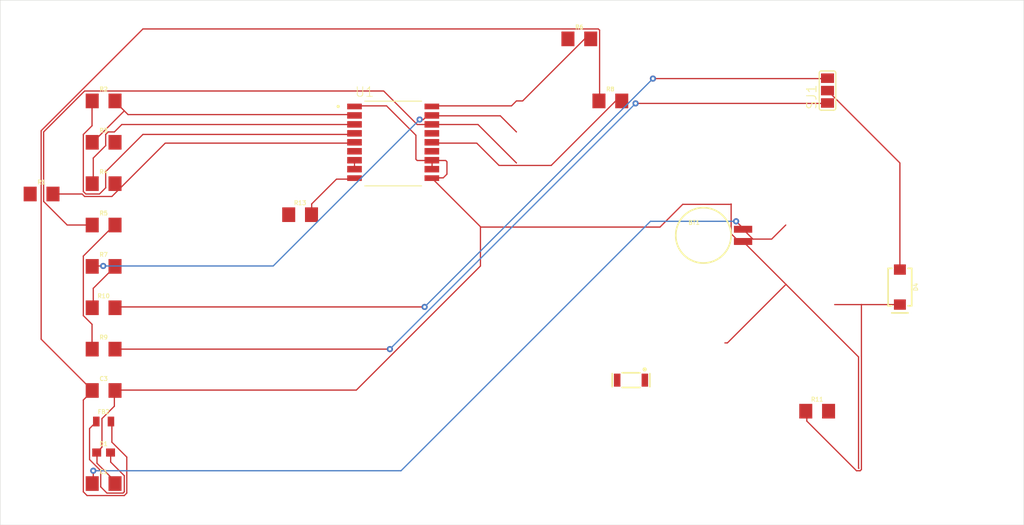
<source format=kicad_pcb>
(kicad_pcb (version 20240108) (generator "pcbnew") (generator_version "8.0")
  (layers (0 "F.Cu" signal) (31 "B.Cu" signal) (34 "B.Paste" user) (35 "F.Paste" user) (36 "B.SilkS" user "B.Silkscreen") (37 "F.SilkS" user "F.Silkscreen") (38 "B.Mask" user) (39 "F.Mask" user) (44 "Edge.Cuts" user))
  (net 0 "")
  (net 1 "SPPLY1")
  (net 2 "N$1")
  (net 3 "N$2")
  (net 4 "N$3")
  (net 5 "N$4")
  (net 6 "N$5")
  (net 7 "N$6")
  (net 8 "N$7")
  (net 9 "N$8")
  (net 10 "SDA")
  (net 11 "SCL")
  (net 12 "GND")
  (net 13 "N$9")
  (net 14 "N$10")
  (net 15 "+3V3")
  (net 16 "BACKUP")
  (net 17 "N$12")
  (net 18 "VCC_RF")
  (net 19 "N$13")
  (net 20 "N$14")
  (net 21 "RESET")
  (net 22 "INT")
  (net 23 "SAFE")
  (net 24 "PPS")
  (net 25 "TXO")
  (net 26 "RXI")
  (net 27 "N$11")
  (footprint "MAX_M10S:0805" (layer "F.Cu") (at 98.3461 124.5236)
    (property "Reference" "FB2" (at 0 -0.889 0) (layer "F.SilkS") (effects (font (size 0.512064 0.512064) (thickness 0.097536)) (justify bottom)))
    (property "Value" "600Ω")
    (pad "1" smd rect (at -0.9 0) (size 0.8 1.2) (layers "F.Cu" "F.Paste" "F.Mask") (net 27 "N$11"))
    (pad "2" smd rect (at 0.9 0) (size 0.8 1.2) (layers "F.Cu" "F.Paste" "F.Mask") (net 17 "N$12"))
  )
  (footprint "MAX_M10S:1206" (layer "F.Cu") (at 98.3461 120.7136)
    (property "Reference" "C3" (at 0 -1.143 0) (layer "F.SilkS") (effects (font (size 0.512064 0.512064) (thickness 0.097536)) (justify bottom)))
    (property "Value" "")
    (pad "1" smd rect (at -1.4 0) (size 1.6 1.8) (layers "F.Cu" "F.Paste" "F.Mask") (net 17 "N$12"))
    (pad "2" smd rect (at 1.4 0) (size 1.6 1.8) (layers "F.Cu" "F.Paste" "F.Mask") (net 12 "GND"))
  )
  (footprint "MAX_M10S:1206" (layer "F.Cu") (at 156.7661 77.5336)
    (property "Reference" "R6" (at 0 -1.143 0) (layer "F.SilkS") (effects (font (size 0.512064 0.512064) (thickness 0.097536)) (justify bottom)))
    (property "Value" " 33")
    (pad "1" smd rect (at -1.4 0) (size 1.6 1.8) (layers "F.Cu" "F.Paste" "F.Mask") (net 23 "SAFE"))
    (pad "2" smd rect (at 1.4 0) (size 1.6 1.8) (layers "F.Cu" "F.Paste" "F.Mask") (net 9 "N$8"))
  )
  (footprint "MAX_M10S:1206" (layer "F.Cu") (at 98.3461 105.4736)
    (property "Reference" "R7" (at 0 -1.143 0) (layer "F.SilkS") (effects (font (size 0.512064 0.512064) (thickness 0.097536)) (justify bottom)))
    (property "Value" " 33")
    (pad "1" smd rect (at -1.4 0) (size 1.6 1.8) (layers "F.Cu" "F.Paste" "F.Mask") (net 6 "N$5"))
    (pad "2" smd rect (at 1.4 0) (size 1.6 1.8) (layers "F.Cu" "F.Paste" "F.Mask") (net 11 "SCL"))
  )
  (footprint "MAX_M10S:0603" (layer "F.Cu") (at 98.3461 128.3336)
    (property "Reference" "D1" (at 0 -0.762 0) (layer "F.SilkS") (effects (font (size 0.512064 0.512064) (thickness 0.097536)) (justify bottom)))
    (property "Value" "24V")
    (pad "1" smd rect (at -0.85 0) (size 1.1 1) (layers "F.Cu" "F.Paste" "F.Mask") (net 12 "GND"))
    (pad "2" smd rect (at 0.85 0) (size 1.1 1) (layers "F.Cu" "F.Paste" "F.Mask") (net 27 "N$11"))
  )
  (footprint "MAX_M10S:1206" (layer "F.Cu") (at 185.9761 123.2536)
    (property "Reference" "R11" (at 0 -1.143 0) (layer "F.SilkS") (effects (font (size 0.512064 0.512064) (thickness 0.097536)) (justify bottom)))
    (property "Value" " 33")
    (pad "1" smd rect (at -1.4 0) (size 1.6 1.8) (layers "F.Cu" "F.Paste" "F.Mask") (net 20 "N$14"))
    (pad "2" smd rect (at 1.4 0) (size 1.6 1.8) (layers "F.Cu" "F.Paste" "F.Mask"))
  )
  (footprint "MAX_M10S:1206" (layer "F.Cu") (at 90.7261 96.5836)
    (property "Reference" "R1" (at 0 -1.143 0) (layer "F.SilkS") (effects (font (size 0.512064 0.512064) (thickness 0.097536)) (justify bottom)))
    (property "Value" " 33")
    (pad "1" smd rect (at -1.4 0) (size 1.6 1.8) (layers "F.Cu" "F.Paste" "F.Mask") (net 22 "INT"))
    (pad "2" smd rect (at 1.4 0) (size 1.6 1.8) (layers "F.Cu" "F.Paste" "F.Mask") (net 8 "N$7"))
  )
  (footprint "MAX_M10S:1206" (layer "F.Cu") (at 98.3461 100.3936)
    (property "Reference" "R5" (at 0 -1.143 0) (layer "F.SilkS") (effects (font (size 0.512064 0.512064) (thickness 0.097536)) (justify bottom)))
    (property "Value" " 33")
    (pad "1" smd rect (at -1.4 0) (size 1.6 1.8) (layers "F.Cu" "F.Paste" "F.Mask") (net 5 "N$4"))
    (pad "2" smd rect (at 1.4 0) (size 1.6 1.8) (layers "F.Cu" "F.Paste" "F.Mask") (net 10 "SDA"))
  )
  (footprint "MAX_M10S:BATTCON-6.8MM" (layer "F.Cu") (at 172.0061 101.6636)
    (property "Reference" "BT1" (at -1.905 -1.27 0) (layer "F.SilkS") (effects (font (size 0.512064 0.512064) (thickness 0.097536)) (justify left bottom)))
    (property "Value" "6.8MM_COIN_CELL")
    (fp_circle (center 0 0) (end 3.4 0) (stroke (width 0.2032)) (fill none) (layer "F.SilkS"))
    (pad "+" smd rect (at 4.87 -0.75 180) (size 2.25 0.85) (layers "F.Cu" "F.Paste" "F.Mask") (net 19 "N$13"))
    (pad "-" smd rect (at 4.87 0.75 180) (size 2.25 0.85) (layers "F.Cu" "F.Paste" "F.Mask") (net 12 "GND"))
  )
  (footprint "MAX_M10S:1206" (layer "F.Cu") (at 98.3461 115.6336)
    (property "Reference" "R9" (at 0 -1.143 0) (layer "F.SilkS") (effects (font (size 0.512064 0.512064) (thickness 0.097536)) (justify bottom)))
    (property "Value" "2.2k")
    (pad "1" smd rect (at -1.4 0) (size 1.6 1.8) (layers "F.Cu" "F.Paste" "F.Mask") (net 10 "SDA"))
    (pad "2" smd rect (at 1.4 0) (size 1.6 1.8) (layers "F.Cu" "F.Paste" "F.Mask") (net 14 "N$10"))
  )
  (footprint "MAX_M10S:1206" (layer "F.Cu") (at 160.5761 85.1536)
    (property "Reference" "R8" (at 0 -1.143 0) (layer "F.SilkS") (effects (font (size 0.512064 0.512064) (thickness 0.097536)) (justify bottom)))
    (property "Value" " 33")
    (pad "1" smd rect (at -1.4 0) (size 1.6 1.8) (layers "F.Cu" "F.Paste" "F.Mask") (net 17 "N$12"))
    (pad "2" smd rect (at 1.4 0) (size 1.6 1.8) (layers "F.Cu" "F.Paste" "F.Mask") (net 18 "VCC_RF"))
  )
  (footprint "MAX_M10S:1206" (layer "F.Cu") (at 98.3461 110.5536)
    (property "Reference" "R10" (at 0 -1.143 0) (layer "F.SilkS") (effects (font (size 0.512064 0.512064) (thickness 0.097536)) (justify bottom)))
    (property "Value" "2.2k")
    (pad "1" smd rect (at -1.4 0) (size 1.6 1.8) (layers "F.Cu" "F.Paste" "F.Mask") (net 11 "SCL"))
    (pad "2" smd rect (at 1.4 0) (size 1.6 1.8) (layers "F.Cu" "F.Paste" "F.Mask") (net 13 "N$9"))
  )
  (footprint "MAX_M10S:ANT-2.4GHZ-3.2X1.6X1.2MM" (layer "F.Cu") (at 163.1161 119.4436 180)
    (property "Reference" "A1" (hide yes))
    (property "Value" "ANTENNA-2.4GHZ-3.2X1.6MM" (hide yes))
    (fp_line (start 2.3112 0.8) (end 2.3112 -0.8) (stroke (width 0.2032)) (layer "F.SilkS"))
    (fp_line (start 1.092 -0.9016) (end -1.092 -0.9016) (stroke (width 0.2032)) (layer "F.SilkS"))
    (fp_line (start -1.092 0.9016) (end 1.092 0.9016) (stroke (width 0.2032)) (layer "F.SilkS"))
    (fp_line (start -2.3112 -0.8) (end -2.3112 0.8) (stroke (width 0.2032)) (layer "F.SilkS"))
    (fp_circle (center -1.6764 1.3208) (end -1.5494 1.3208) (stroke (width 0.254)) (fill solid) (layer "F.SilkS"))
    (pad "FEED" smd rect (at -1.7 0 180) (size 0.8 1.6) (layers "F.Cu" "F.Paste" "F.Mask") (net 27 "N$11"))
    (pad "NC" smd rect (at 1.7 0 180) (size 0.8 1.6) (layers "F.Cu" "F.Paste" "F.Mask"))
  )
  (footprint "MAX_M10S:1206" (layer "F.Cu") (at 98.3461 132.1436)
    (property "Reference" "C1" (at 0 -1.143 0) (layer "F.SilkS") (effects (font (size 0.512064 0.512064) (thickness 0.097536)) (justify bottom)))
    (property "Value" "")
    (pad "1" smd rect (at -1.4 0) (size 1.6 1.8) (layers "F.Cu" "F.Paste" "F.Mask") (net 19 "N$13"))
    (pad "2" smd rect (at 1.4 0) (size 1.6 1.8) (layers "F.Cu" "F.Paste" "F.Mask") (net 12 "GND"))
  )
  (footprint "MAX_M10S:1206" (layer "F.Cu") (at 122.4761 99.1236)
    (property "Reference" "R13" (at 0 -1.143 0) (layer "F.SilkS") (effects (font (size 0.512064 0.512064) (thickness 0.097536)) (justify bottom)))
    (property "Value" " 33")
    (pad "1" smd rect (at -1.4 0) (size 1.6 1.8) (layers "F.Cu" "F.Paste" "F.Mask") (net 21 "RESET"))
    (pad "2" smd rect (at 1.4 0) (size 1.6 1.8) (layers "F.Cu" "F.Paste" "F.Mask") (net 7 "N$6"))
  )
  (footprint "MAX_M10S:SJ_2_252" (layer "F.Cu") (at 187.2461 83.8836 90)
    (property "Reference" "SJ1" (at -2.413 -1.27 90) (layer "F.SilkS") (effects (font (size 1.1557 1.1557) (thickness 0.1143)) (justify left bottom)))
    (property "Value" "")
    (fp_line (start -2.159 -1.016) (end 2.159 -1.016) (stroke (width 0.1524)) (layer "F.SilkS"))
    (fp_line (start 2.413 0.762) (end 2.413 -0.762) (stroke (width 0.1524)) (layer "F.SilkS"))
    (fp_line (start -2.413 0.762) (end -2.413 -0.762) (stroke (width 0.1524)) (layer "F.SilkS"))
    (fp_line (start 2.159 1.016) (end -2.159 1.016) (stroke (width 0.1524)) (layer "F.SilkS"))
    (fp_arc (start 2.159 -1.016) (mid 2.338605 -0.941605) (end 2.413 -0.762) (stroke (width 0.1524)) (layer "F.SilkS"))
    (fp_arc (start -2.413 -0.762) (mid -2.338605 -0.941605) (end -2.159 -1.016) (stroke (width 0.1524)) (layer "F.SilkS"))
    (fp_arc (start 2.413 0.762) (mid 2.338605 0.941605) (end 2.159 1.016) (stroke (width 0.1524)) (layer "F.SilkS"))
    (fp_arc (start -2.159 1.016) (mid -2.338605 0.941605) (end -2.413 0.762) (stroke (width 0.1524)) (layer "F.SilkS"))
    (pad "1" smd rect (at -1.524 0 90) (size 1.1684 1.6002) (layers "F.Cu" "F.Paste" "F.Mask") (net 14 "N$10"))
    (pad "2" smd rect (at 0 0 90) (size 1.1684 1.6002) (layers "F.Cu" "F.Paste" "F.Mask") (net 15 "+3V3"))
    (pad "3" smd rect (at 1.524 0 90) (size 1.1684 1.6002) (layers "F.Cu" "F.Paste" "F.Mask") (net 13 "N$9"))
  )
  (footprint "MAX_M10S:1206" (layer "F.Cu") (at 98.3461 95.3136)
    (property "Reference" "R4" (at 0 -1.143 0) (layer "F.SilkS") (effects (font (size 0.512064 0.512064) (thickness 0.097536)) (justify bottom)))
    (property "Value" " 33")
    (pad "1" smd rect (at -1.4 0) (size 1.6 1.8) (layers "F.Cu" "F.Paste" "F.Mask") (net 4 "N$3"))
    (pad "2" smd rect (at 1.4 0) (size 1.6 1.8) (layers "F.Cu" "F.Paste" "F.Mask") (net 26 "RXI"))
  )
  (footprint "MAX_M10S:SMA-DIODE" (layer "F.Cu") (at 196.1361 108.0136 -90)
    (property "Reference" "D4" (at 0 -1.651 90) (layer "F.SilkS") (effects (font (size 0.512064 0.512064) (thickness 0.097536)) (justify top)))
    (property "Value" "0.5A/40V/420mV")
    (fp_line (start -2.3 1.45) (end -2.3 1) (stroke (width 0.2032)) (layer "F.SilkS"))
    (fp_line (start 2.3 1.45) (end -2.3 1.45) (stroke (width 0.2032)) (layer "F.SilkS"))
    (fp_line (start 2.3 1) (end 2.3 1.45) (stroke (width 0.2032)) (layer "F.SilkS"))
    (fp_line (start -2.3 -1) (end -2.3 -1.45) (stroke (width 0.2032)) (layer "F.SilkS"))
    (fp_line (start 3.175 -1) (end 3.175 1) (stroke (width 0.2032)) (layer "F.SilkS"))
    (fp_line (start -2.3 -1.45) (end 2.3 -1.45) (stroke (width 0.2032)) (layer "F.SilkS"))
    (fp_line (start 2.3 -1.45) (end 2.3 -1) (stroke (width 0.2032)) (layer "F.SilkS"))
    (pad "A" smd rect (at -2.15 0 90) (size 1.27 1.47) (layers "F.Cu" "F.Paste" "F.Mask") (net 15 "+3V3"))
    (pad "C" smd rect (at 2.15 0 270) (size 1.27 1.47) (layers "F.Cu" "F.Paste" "F.Mask") (net 20 "N$14"))
  )
  (footprint "MAX_M10S:XCVR_MAX-M10S-00B" (layer "F.Cu") (at 133.9061 90.2336)
    (property "Reference" "U1" (at -4.75 -5.5 0) (layer "F.SilkS") (effects (font (size 1.176528 1.176528) (thickness 0.093472)) (justify left bottom)))
    (property "Value" "MAX-M10S-00B")
    (fp_line (start -3.49 -5.05) (end 3.49 -5.05) (stroke (width 0.127)) (layer "F.SilkS"))
    (fp_line (start -3.49 5.35) (end 3.49 5.35) (stroke (width 0.127)) (layer "F.SilkS"))
    (fp_circle (center -6.75 -4.4) (end -6.65 -4.4) (stroke (width 0.2)) (fill none) (layer "F.SilkS"))
    (pad "1" smd rect (at -4.75 -4.4) (size 1.8 0.7) (layers "F.Cu" "F.Mask") (net 12 "GND"))
    (pad "2" smd rect (at -4.75 -3.3) (size 1.8 0.8) (layers "F.Cu" "F.Mask") (net 3 "N$2"))
    (pad "3" smd rect (at -4.75 -2.2) (size 1.8 0.8) (layers "F.Cu" "F.Mask") (net 4 "N$3"))
    (pad "4" smd rect (at -4.75 -1.1) (size 1.8 0.8) (layers "F.Cu" "F.Mask") (net 2 "N$1"))
    (pad "5" smd rect (at -4.75 0) (size 1.8 0.8) (layers "F.Cu" "F.Mask") (net 8 "N$7"))
    (pad "6" smd rect (at -4.75 1.1) (size 1.8 0.8) (layers "F.Cu" "F.Mask") (net 16 "BACKUP"))
    (pad "7" smd rect (at -4.75 2.2) (size 1.8 0.8) (layers "F.Cu" "F.Mask") (net 1 "SPPLY1"))
    (pad "8" smd rect (at -4.75 3.3) (size 1.8 0.8) (layers "F.Cu" "F.Mask") (net 1 "SPPLY1"))
    (pad "9" smd rect (at -4.75 4.4) (size 1.8 0.7) (layers "F.Cu" "F.Mask") (net 7 "N$6"))
    (pad "10" smd rect (at 4.75 4.4) (size 1.8 0.7) (layers "F.Cu" "F.Mask") (net 12 "GND"))
    (pad "11" smd rect (at 4.75 3.3) (size 1.8 0.8) (layers "F.Cu" "F.Mask") (net 27 "N$11"))
    (pad "12" smd rect (at 4.75 2.2) (size 1.8 0.8) (layers "F.Cu" "F.Mask") (net 12 "GND"))
    (pad "13" smd rect (at 4.75 1.1) (size 1.8 0.8) (layers "F.Cu" "F.Mask"))
    (pad "14" smd rect (at 4.75 0) (size 1.8 0.8) (layers "F.Cu" "F.Mask") (net 18 "VCC_RF"))
    (pad "15" smd rect (at 4.75 -1.1) (size 1.8 0.8) (layers "F.Cu" "F.Mask"))
    (pad "16" smd rect (at 4.75 -2.2) (size 1.8 0.8) (layers "F.Cu" "F.Mask") (net 5 "N$4"))
    (pad "17" smd rect (at 4.75 -3.3) (size 1.8 0.8) (layers "F.Cu" "F.Mask") (net 6 "N$5"))
    (pad "18" smd rect (at 4.75 -4.4) (size 1.8 0.7) (layers "F.Cu" "F.Mask") (net 9 "N$8"))
  )
  (footprint "MAX_M10S:1206" (layer "F.Cu") (at 98.3461 90.2336)
    (property "Reference" "R3" (at 0 -1.143 0) (layer "F.SilkS") (effects (font (size 0.512064 0.512064) (thickness 0.097536)) (justify bottom)))
    (property "Value" " 33")
    (pad "1" smd rect (at -1.4 0) (size 1.6 1.8) (layers "F.Cu" "F.Paste" "F.Mask") (net 3 "N$2"))
    (pad "2" smd rect (at 1.4 0) (size 1.6 1.8) (layers "F.Cu" "F.Paste" "F.Mask") (net 25 "TXO"))
  )
  (footprint "MAX_M10S:1206" (layer "F.Cu") (at 98.3461 85.1536)
    (property "Reference" "R2" (at 0 -1.143 0) (layer "F.SilkS") (effects (font (size 0.512064 0.512064) (thickness 0.097536)) (justify bottom)))
    (property "Value" " 33")
    (pad "1" smd rect (at -1.4 0) (size 1.6 1.8) (layers "F.Cu" "F.Paste" "F.Mask") (net 2 "N$1"))
    (pad "2" smd rect (at 1.4 0) (size 1.6 1.8) (layers "F.Cu" "F.Paste" "F.Mask") (net 24 "PPS"))
  )
  (gr_line (start 211.3561 137.2236) (end 211.3561 72.7836) (stroke (width 0.05)) (layer "Edge.Cuts"))
  (gr_line (start 211.3561 72.7836) (end 85.6461 72.7836) (stroke (width 0.05)) (layer "Edge.Cuts"))
  (gr_line (start 85.6461 137.2236) (end 211.3561 137.2236) (stroke (width 0.05)) (layer "Edge.Cuts"))
  (gr_line (start 85.6461 72.7836) (end 85.6461 137.2236) (stroke (width 0.05)) (layer "Edge.Cuts"))
  (segment (start 129.1561 92.4336) (end 129.1561 93.5336) (width 0.1524) (layer "F.Cu") (net 1))
  (segment (start 96.9237 88.2016) (end 96.9237 85.1536) (width 0.1524) (layer "F.Cu") (net 2))
  (segment (start 98.6001 95.8216) (end 97.8381 96.5836) (width 0.1524) (layer "F.Cu") (net 2))
  (segment (start 129.0801 89.2684) (end 129.1561 89.1336) (width 0.1524) (layer "F.Cu") (net 2))
  (segment (start 96.9237 85.1536) (end 96.9461 85.1536) (width 0.1524) (layer "F.Cu") (net 2))
  (segment (start 103.1721 89.2684) (end 129.0801 89.2684) (width 0.1524) (layer "F.Cu") (net 2))
  (segment (start 98.6001 93.8404) (end 98.6001 95.8216) (width 0.1524) (layer "F.Cu") (net 2))
  (segment (start 96.1617 96.5836) (end 95.8569 96.2788) (width 0.1524) (layer "F.Cu") (net 2))
  (segment (start 98.6001 93.8404) (end 103.1721 89.2684) (width 0.1524) (layer "F.Cu") (net 2))
  (segment (start 97.8381 96.5836) (end 96.1617 96.5836) (width 0.1524) (layer "F.Cu") (net 2))
  (segment (start 95.8569 89.2684) (end 96.9237 88.2016) (width 0.1524) (layer "F.Cu") (net 2))
  (segment (start 95.8569 96.2788) (end 95.8569 89.2684) (width 0.1524) (layer "F.Cu") (net 2))
  (segment (start 129.0801 86.83) (end 129.1561 86.9336) (width 0.1524) (layer "F.Cu") (net 3))
  (segment (start 100.8861 86.3728) (end 101.3433 86.83) (width 0.1524) (layer "F.Cu") (net 3))
  (segment (start 97.0761 90.1828) (end 96.9461 90.2336) (width 0.1524) (layer "F.Cu") (net 3))
  (segment (start 101.3433 86.83) (end 129.0801 86.83) (width 0.1524) (layer "F.Cu") (net 3))
  (segment (start 100.8861 86.3728) (end 97.0761 90.1828) (width 0.1524) (layer "F.Cu") (net 3))
  (segment (start 99.6669 85.1536) (end 100.8861 86.3728) (width 0.1524) (layer "F.Cu") (net 3))
  (segment (start 129.0801 88.0492) (end 129.1561 88.0336) (width 0.1524) (layer "F.Cu") (net 4))
  (segment (start 99.6669 88.9636) (end 98.9049 88.9636) (width 0.1524) (layer "F.Cu") (net 4))
  (segment (start 98.9049 88.9636) (end 98.6001 89.2684) (width 0.1524) (layer "F.Cu") (net 4))
  (segment (start 99.6669 88.9636) (end 100.5813 88.0492) (width 0.1524) (layer "F.Cu") (net 4))
  (segment (start 97.0761 92.164) (end 97.0761 95.212) (width 0.1524) (layer "F.Cu") (net 4))
  (segment (start 98.6001 89.2684) (end 98.6001 90.64) (width 0.1524) (layer "F.Cu") (net 4))
  (segment (start 97.0761 95.212) (end 96.9461 95.3136) (width 0.1524) (layer "F.Cu") (net 4))
  (segment (start 98.6001 90.64) (end 97.0761 92.164) (width 0.1524) (layer "F.Cu") (net 4))
  (segment (start 100.5813 88.0492) (end 129.0801 88.0492) (width 0.1524) (layer "F.Cu") (net 4))
  (segment (start 136.8525 88.0492) (end 132.7377 83.9344) (width 0.1524) (layer "F.Cu") (net 5))
  (segment (start 90.9801 97.498) (end 93.8757 100.3936) (width 0.1524) (layer "F.Cu") (net 5))
  (segment (start 90.9801 88.9636) (end 90.9801 97.498) (width 0.1524) (layer "F.Cu") (net 5))
  (segment (start 138.6813 88.0492) (end 138.6561 88.0336) (width 0.1524) (layer "F.Cu") (net 5))
  (segment (start 96.0093 83.9344) (end 90.9801 88.9636) (width 0.1524) (layer "F.Cu") (net 5))
  (segment (start 93.8757 100.3936) (end 96.9461 100.3936) (width 0.1524) (layer "F.Cu") (net 5))
  (segment (start 144.3201 88.0492) (end 138.6813 88.0492) (width 0.1524) (layer "F.Cu") (net 5))
  (segment (start 132.7377 83.9344) (end 96.0093 83.9344) (width 0.1524) (layer "F.Cu") (net 5))
  (segment (start 138.5289 88.0492) (end 136.8525 88.0492) (width 0.1524) (layer "F.Cu") (net 5))
  (segment (start 138.5289 88.0492) (end 138.6561 88.0336) (width 0.1524) (layer "F.Cu") (net 5))
  (segment (start 149.0445 92.7736) (end 144.3201 88.0492) (width 0.1524) (layer "F.Cu") (net 5))
  (segment (start 138.0717 86.9824) (end 137.6145 87.4396) (width 0.1524) (layer "F.Cu") (net 6))
  (segment (start 138.5289 86.9824) (end 138.6561 86.9336) (width 0.1524) (layer "F.Cu") (net 6))
  (segment (start 137.6145 87.4396) (end 137.1573 87.4396) (width 0.1524) (layer "F.Cu") (net 6))
  (segment (start 98.2953 105.4228) (end 97.0761 105.4228) (width 0.1524) (layer "F.Cu") (net 6))
  (segment (start 97.0761 105.4228) (end 96.9461 105.4736) (width 0.1524) (layer "F.Cu") (net 6))
  (segment (start 138.6813 86.9824) (end 138.6561 86.9336) (width 0.1524) (layer "F.Cu") (net 6))
  (segment (start 147.0633 86.9824) (end 138.6813 86.9824) (width 0.1524) (layer "F.Cu") (net 6))
  (segment (start 149.0445 88.9636) (end 147.0633 86.9824) (width 0.1524) (layer "F.Cu") (net 6))
  (segment (start 138.5289 86.9824) (end 138.0717 86.9824) (width 0.1524) (layer "F.Cu") (net 6))
  (via (at 137.1573 87.4396) (size 0.7564) (drill 0.35) (layers "F.Cu" "B.Cu") (net 6))
  (via (at 98.2953 105.4228) (size 0.7564) (drill 0.35) (layers "F.Cu" "B.Cu") (net 6))
  (segment (start 119.1741 105.4228) (end 98.2953 105.4228) (width 0.1524) (layer "B.Cu") (net 6))
  (segment (start 137.1573 87.4396) (end 119.1741 105.4228) (width 0.1524) (layer "B.Cu") (net 6))
  (segment (start 126.9465 94.7548) (end 129.0801 94.7548) (width 0.1524) (layer "F.Cu") (net 7))
  (segment (start 123.8985 97.8028) (end 126.9465 94.7548) (width 0.1524) (layer "F.Cu") (net 7))
  (segment (start 129.0801 94.7548) (end 129.1561 94.6336) (width 0.1524) (layer "F.Cu") (net 7))
  (segment (start 123.8985 99.022) (end 123.8761 99.1236) (width 0.1524) (layer "F.Cu") (net 7))
  (segment (start 123.8985 97.8028) (end 123.8985 99.022) (width 0.1524) (layer "F.Cu") (net 7))
  (segment (start 95.7045 96.5836) (end 92.1261 96.5836) (width 0.1524) (layer "F.Cu") (net 8))
  (segment (start 99.3621 96.8884) (end 96.0093 96.8884) (width 0.1524) (layer "F.Cu") (net 8))
  (segment (start 96.0093 96.8884) (end 95.7045 96.5836) (width 0.1524) (layer "F.Cu") (net 8))
  (segment (start 99.3621 96.8884) (end 105.9153 90.3352) (width 0.1524) (layer "F.Cu") (net 8))
  (segment (start 129.0801 90.3352) (end 129.1561 90.2336) (width 0.1524) (layer "F.Cu") (net 8))
  (segment (start 105.9153 90.3352) (end 129.0801 90.3352) (width 0.1524) (layer "F.Cu") (net 8))
  (segment (start 149.8065 85.1536) (end 157.4265 77.5336) (width 0.1524) (layer "F.Cu") (net 9))
  (segment (start 148.4349 85.7632) (end 138.6813 85.7632) (width 0.1524) (layer "F.Cu") (net 9))
  (segment (start 149.0445 85.1536) (end 149.8065 85.1536) (width 0.1524) (layer "F.Cu") (net 9))
  (segment (start 157.4265 77.5336) (end 158.1661 77.5336) (width 0.1524) (layer "F.Cu") (net 9))
  (segment (start 149.0445 85.1536) (end 148.4349 85.7632) (width 0.1524) (layer "F.Cu") (net 9))
  (segment (start 138.6813 85.7632) (end 138.6561 85.8336) (width 0.1524) (layer "F.Cu") (net 9))
  (segment (start 95.8569 111.5188) (end 96.9237 112.5856) (width 0.1524) (layer "F.Cu") (net 10))
  (segment (start 96.9237 115.6336) (end 96.9461 115.6336) (width 0.1524) (layer "F.Cu") (net 10))
  (segment (start 96.9237 112.5856) (end 96.9237 115.6336) (width 0.1524) (layer "F.Cu") (net 10))
  (segment (start 99.6669 100.3936) (end 99.7461 100.3936) (width 0.1524) (layer "F.Cu") (net 10))
  (segment (start 99.6669 100.3936) (end 95.8569 104.2036) (width 0.1524) (layer "F.Cu") (net 10))
  (segment (start 95.8569 104.2036) (end 95.8569 111.5188) (width 0.1524) (layer "F.Cu") (net 10))
  (segment (start 97.0761 108.166) (end 97.0761 110.452) (width 0.1524) (layer "F.Cu") (net 11))
  (segment (start 99.6669 105.5752) (end 99.7461 105.4736) (width 0.1524) (layer "F.Cu") (net 11))
  (segment (start 97.0761 110.452) (end 96.9461 110.5536) (width 0.1524) (layer "F.Cu") (net 11))
  (segment (start 99.6669 105.5752) (end 97.0761 108.166) (width 0.1524) (layer "F.Cu") (net 11))
  (segment (start 97.5333 129.6544) (end 97.5333 128.4352) (width 0.1524) (layer "F.Cu") (net 12))
  (segment (start 99.6669 131.788) (end 97.5333 129.6544) (width 0.1524) (layer "F.Cu") (net 12))
  (segment (start 182.1433 107.6808) (end 174.9525 114.8716) (width 0.1524) (layer "F.Cu") (net 12))
  (segment (start 140.3577 92.4688) (end 140.5101 92.6212) (width 0.1524) (layer "F.Cu") (net 12))
  (segment (start 191.0561 130.264) (end 191.0561 116.5936) (width 0.1524) (layer "F.Cu") (net 12))
  (segment (start 136.7001 89.37) (end 133.0933 85.7632) (width 0.1524) (layer "F.Cu") (net 12))
  (segment (start 97.5333 128.2828) (end 98.1429 127.6732) (width 0.1524) (layer "F.Cu") (net 12))
  (segment (start 169.4661 97.8536) (end 166.6761 100.6436) (width 0.1524) (layer "F.Cu") (net 12))
  (segment (start 144.6661 100.6436) (end 166.6761 100.6436) (width 0.1524) (layer "F.Cu") (net 12))
  (segment (start 138.6813 92.4688) (end 140.3577 92.4688) (width 0.1524) (layer "F.Cu") (net 12))
  (segment (start 99.8193 120.6628) (end 99.7461 120.7136) (width 0.1524) (layer "F.Cu") (net 12))
  (segment (start 175.4097 101.4604) (end 176.3241 102.3748) (width 0.1524) (layer "F.Cu") (net 12))
  (segment (start 98.1429 127.6732) (end 98.1429 124.168) (width 0.1524) (layer "F.Cu") (net 12))
  (segment (start 136.8525 92.4688) (end 136.7001 92.3164) (width 0.1524) (layer "F.Cu") (net 12))
  (segment (start 175.4097 97.8536) (end 169.4661 97.8536) (width 0.1524) (layer "F.Cu") (net 12))
  (segment (start 182.1433 107.6808) (end 191.0561 116.5936) (width 0.1524) (layer "F.Cu") (net 12))
  (segment (start 97.5333 128.2828) (end 97.4961 128.3336) (width 0.1524) (layer "F.Cu") (net 12))
  (segment (start 129.2325 85.7632) (end 129.1561 85.8336) (width 0.1524) (layer "F.Cu") (net 12))
  (segment (start 138.5289 92.4688) (end 136.8525 92.4688) (width 0.1524) (layer "F.Cu") (net 12))
  (segment (start 138.6813 92.4688) (end 138.6813 93.3832) (width 0.1524) (layer "F.Cu") (net 12))
  (segment (start 140.0529 94.6024) (end 138.6813 94.6024) (width 0.1524) (layer "F.Cu") (net 12))
  (segment (start 138.6813 94.6024) (end 138.6561 94.6336) (width 0.1524) (layer "F.Cu") (net 12))
  (segment (start 144.6249 100.6984) (end 144.6249 105.4228) (width 0.1524) (layer "F.Cu") (net 12))
  (segment (start 144.6249 100.6984) (end 144.6661 100.6436) (width 0.1524) (layer "F.Cu") (net 12))
  (segment (start 99.6669 120.8152) (end 99.7461 120.7136) (width 0.1524) (layer "F.Cu") (net 12))
  (segment (start 99.6669 132.0928) (end 99.7461 132.1436) (width 0.1524) (layer "F.Cu") (net 12))
  (segment (start 174.9525 114.8716) (end 174.6477 114.8716) (width 0.1524) (layer "F.Cu") (net 12))
  (segment (start 98.1429 124.168) (end 99.6669 122.644) (width 0.1524) (layer "F.Cu") (net 12))
  (segment (start 97.5333 128.4352) (end 97.4961 128.3336) (width 0.1524) (layer "F.Cu") (net 12))
  (segment (start 175.4097 97.8536) (end 175.4097 101.4604) (width 0.1524) (layer "F.Cu") (net 12))
  (segment (start 176.8761 102.4136) (end 182.1433 107.6808) (width 0.1524) (layer "F.Cu") (net 12))
  (segment (start 140.5101 92.6212) (end 140.5101 94.1452) (width 0.1524) (layer "F.Cu") (net 12))
  (segment (start 176.7813 102.3748) (end 176.8761 102.4136) (width 0.1524) (layer "F.Cu") (net 12))
  (segment (start 138.6813 92.4688) (end 138.6561 92.4336) (width 0.1524) (layer "F.Cu") (net 12))
  (segment (start 136.7001 92.3164) (end 136.7001 89.37) (width 0.1524) (layer "F.Cu") (net 12))
  (segment (start 99.6669 132.0928) (end 99.6669 131.788) (width 0.1524) (layer "F.Cu") (net 12))
  (segment (start 176.3241 102.3748) (end 176.7813 102.3748) (width 0.1524) (layer "F.Cu") (net 12))
  (segment (start 138.5289 92.4688) (end 138.6561 92.4336) (width 0.1524) (layer "F.Cu") (net 12))
  (segment (start 144.6249 105.4228) (end 129.3849 120.6628) (width 0.1524) (layer "F.Cu") (net 12))
  (segment (start 99.6669 122.644) (end 99.6669 120.8152) (width 0.1524) (layer "F.Cu") (net 12))
  (segment (start 129.3849 120.6628) (end 99.8193 120.6628) (width 0.1524) (layer "F.Cu") (net 12))
  (segment (start 138.6561 94.6336) (end 144.6661 100.6436) (width 0.1524) (layer "F.Cu") (net 12))
  (segment (start 140.5101 94.1452) (end 140.0529 94.6024) (width 0.1524) (layer "F.Cu") (net 12))
  (segment (start 191.1069 130.264) (end 191.0561 130.264) (width 0.1524) (layer "F.Cu") (net 12))
  (segment (start 175.4097 97.8028) (end 175.4097 97.8536) (width 0.1524) (layer "F.Cu") (net 12))
  (segment (start 133.0933 85.7632) (end 129.2325 85.7632) (width 0.1524) (layer "F.Cu") (net 12))
  (segment (start 187.1445 82.4104) (end 187.2461 82.3596) (width 0.1524) (layer "F.Cu") (net 13))
  (segment (start 165.8085 82.4104) (end 187.1445 82.4104) (width 0.1524) (layer "F.Cu") (net 13))
  (segment (start 137.7669 110.452) (end 99.8193 110.452) (width 0.1524) (layer "F.Cu") (net 13))
  (segment (start 99.8193 110.452) (end 99.7461 110.5536) (width 0.1524) (layer "F.Cu") (net 13))
  (via (at 137.7669 110.452) (size 0.7564) (drill 0.35) (layers "F.Cu" "B.Cu") (net 13))
  (via (at 165.8085 82.4104) (size 0.7564) (drill 0.35) (layers "F.Cu" "B.Cu") (net 13))
  (segment (start 165.8085 82.4104) (end 137.7669 110.452) (width 0.1524) (layer "B.Cu") (net 13))
  (segment (start 187.1445 85.4584) (end 187.2461 85.4076) (width 0.1524) (layer "F.Cu") (net 14))
  (segment (start 187.1445 85.4584) (end 163.6749 85.4584) (width 0.1524) (layer "F.Cu") (net 14))
  (segment (start 133.4997 115.6336) (end 99.7461 115.6336) (width 0.1524) (layer "F.Cu") (net 14))
  (via (at 163.6749 85.4584) (size 0.7564) (drill 0.35) (layers "F.Cu" "B.Cu") (net 14))
  (via (at 133.4997 115.6336) (size 0.7564) (drill 0.35) (layers "F.Cu" "B.Cu") (net 14))
  (segment (start 163.6749 85.4584) (end 133.4997 115.6336) (width 0.1524) (layer "B.Cu") (net 14))
  (segment (start 187.2461 83.8836) (end 196.1361 92.7736) (width 0.1524) (layer "F.Cu") (net 15))
  (segment (start 196.1361 92.7736) (end 196.1361 105.8636) (width 0.1524) (layer "F.Cu") (net 15))
  (segment (start 96.9237 120.8152) (end 95.8569 121.882) (width 0.1524) (layer "F.Cu") (net 17))
  (segment (start 90.6753 88.8112) (end 103.1721 76.3144) (width 0.1524) (layer "F.Cu") (net 17))
  (segment (start 95.8569 121.882) (end 95.8569 133.1596) (width 0.1524) (layer "F.Cu") (net 17))
  (segment (start 96.3141 133.6168) (end 100.8861 133.6168) (width 0.1524) (layer "F.Cu") (net 17))
  (segment (start 100.8861 133.6168) (end 101.1909 133.312) (width 0.1524) (layer "F.Cu") (net 17))
  (segment (start 159.2553 85.1536) (end 159.1761 85.1536) (width 0.1524) (layer "F.Cu") (net 17))
  (segment (start 95.8569 133.1596) (end 96.3141 133.6168) (width 0.1524) (layer "F.Cu") (net 17))
  (segment (start 159.1029 76.3144) (end 159.2553 76.4668) (width 0.1524) (layer "F.Cu") (net 17))
  (segment (start 103.1721 76.3144) (end 159.1029 76.3144) (width 0.1524) (layer "F.Cu") (net 17))
  (segment (start 101.1909 128.8924) (end 99.3621 127.0636) (width 0.1524) (layer "F.Cu") (net 17))
  (segment (start 159.2553 76.4668) (end 159.2553 85.1536) (width 0.1524) (layer "F.Cu") (net 17))
  (segment (start 99.3621 127.0636) (end 99.3621 124.6252) (width 0.1524) (layer "F.Cu") (net 17))
  (segment (start 96.9237 120.8152) (end 96.9461 120.7136) (width 0.1524) (layer "F.Cu") (net 17))
  (segment (start 99.3621 124.6252) (end 99.2461 124.5236) (width 0.1524) (layer "F.Cu") (net 17))
  (segment (start 96.9237 120.6628) (end 90.6753 114.4144) (width 0.1524) (layer "F.Cu") (net 17))
  (segment (start 96.9237 120.6628) (end 96.9461 120.7136) (width 0.1524) (layer "F.Cu") (net 17))
  (segment (start 101.1909 133.312) (end 101.1909 128.8924) (width 0.1524) (layer "F.Cu") (net 17))
  (segment (start 90.6753 114.4144) (end 90.6753 88.8112) (width 0.1524) (layer "F.Cu") (net 17))
  (segment (start 153.3117 93.0784) (end 161.2365 85.1536) (width 0.1524) (layer "F.Cu") (net 18))
  (segment (start 138.6813 90.3352) (end 138.6561 90.2336) (width 0.1524) (layer "F.Cu") (net 18))
  (segment (start 146.9109 93.0784) (end 153.3117 93.0784) (width 0.1524) (layer "F.Cu") (net 18))
  (segment (start 144.1677 90.3352) (end 138.6813 90.3352) (width 0.1524) (layer "F.Cu") (net 18))
  (segment (start 144.1677 90.3352) (end 146.9109 93.0784) (width 0.1524) (layer "F.Cu") (net 18))
  (segment (start 161.2365 85.1536) (end 161.9761 85.1536) (width 0.1524) (layer "F.Cu") (net 18))
  (segment (start 176.9337 100.8508) (end 176.8761 100.9136) (width 0.1524) (layer "F.Cu") (net 19))
  (segment (start 180.3881 102.1208) (end 178.0833 102.1208) (width 0.1524) (layer "F.Cu") (net 19))
  (segment (start 182.1153 100.3936) (end 180.3881 102.1208) (width 0.1524) (layer "F.Cu") (net 19))
  (segment (start 176.9337 100.8508) (end 176.0193 99.9364) (width 0.1524) (layer "F.Cu") (net 19))
  (segment (start 176.8761 100.9136) (end 178.0833 102.1208) (width 0.1524) (layer "F.Cu") (net 19))
  (segment (start 97.0761 132.0928) (end 96.9461 132.1436) (width 0.1524) (layer "F.Cu") (net 19))
  (segment (start 97.0761 130.5688) (end 97.0761 132.0928) (width 0.1524) (layer "F.Cu") (net 19))
  (via (at 97.0761 130.5688) (size 0.7564) (drill 0.35) (layers "F.Cu" "B.Cu") (net 19))
  (via (at 176.0193 99.9364) (size 0.7564) (drill 0.35) (layers "F.Cu" "B.Cu") (net 19))
  (segment (start 134.8713 130.5688) (end 97.0761 130.5688) (width 0.1524) (layer "B.Cu") (net 19))
  (segment (start 176.0193 99.9364) (end 165.5037 99.9364) (width 0.1524) (layer "B.Cu") (net 19))
  (segment (start 165.5037 99.9364) (end 134.8713 130.5688) (width 0.1524) (layer "B.Cu") (net 19))
  (segment (start 191.4117 110.1472) (end 191.4117 110.1636) (width 0.1524) (layer "F.Cu") (net 20))
  (segment (start 191.4117 110.1636) (end 191.4117 130.4164) (width 0.1524) (layer "F.Cu") (net 20))
  (segment (start 191.4117 130.4164) (end 191.2593 130.5688) (width 0.1524) (layer "F.Cu") (net 20))
  (segment (start 191.4117 110.1636) (end 188.1261 110.1636) (width 0.1524) (layer "F.Cu") (net 20))
  (segment (start 184.7061 124.4728) (end 184.7061 123.2536) (width 0.1524) (layer "F.Cu") (net 20))
  (segment (start 190.8021 130.5688) (end 184.7061 124.4728) (width 0.1524) (layer "F.Cu") (net 20))
  (segment (start 184.7061 123.2536) (end 184.5761 123.2536) (width 0.1524) (layer "F.Cu") (net 20))
  (segment (start 191.2593 130.5688) (end 190.8021 130.5688) (width 0.1524) (layer "F.Cu") (net 20))
  (segment (start 196.1361 110.1636) (end 191.4117 110.1636) (width 0.1524) (layer "F.Cu") (net 20))
  (segment (start 99.2097 128.4352) (end 99.1961 128.3336) (width 0.1524) (layer "F.Cu") (net 27))
  (segment (start 100.7337 133.312) (end 100.8861 133.1596) (width 0.1524) (layer "F.Cu") (net 27))
  (segment (start 100.8861 131.1784) (end 99.2097 129.502) (width 0.1524) (layer "F.Cu") (net 27))
  (segment (start 97.9905 132.55) (end 98.7525 133.312) (width 0.1524) (layer "F.Cu") (net 27))
  (segment (start 98.7525 133.312) (end 100.7337 133.312) (width 0.1524) (layer "F.Cu") (net 27))
  (segment (start 97.9905 130.5688) (end 97.9905 132.55) (width 0.1524) (layer "F.Cu") (net 27))
  (segment (start 96.6189 125.3872) (end 96.6189 129.1972) (width 0.1524) (layer "F.Cu") (net 27))
  (segment (start 100.8861 133.1596) (end 100.8861 131.1784) (width 0.1524) (layer "F.Cu") (net 27))
  (segment (start 97.3809 124.6252) (end 96.6189 125.3872) (width 0.1524) (layer "F.Cu") (net 27))
  (segment (start 99.2097 129.502) (end 99.2097 128.4352) (width 0.1524) (layer "F.Cu") (net 27))
  (segment (start 97.3809 124.6252) (end 97.4461 124.5236) (width 0.1524) (layer "F.Cu") (net 27))
  (segment (start 96.6189 129.1972) (end 97.9905 130.5688) (width 0.1524) (layer "F.Cu") (net 27))
)
</source>
